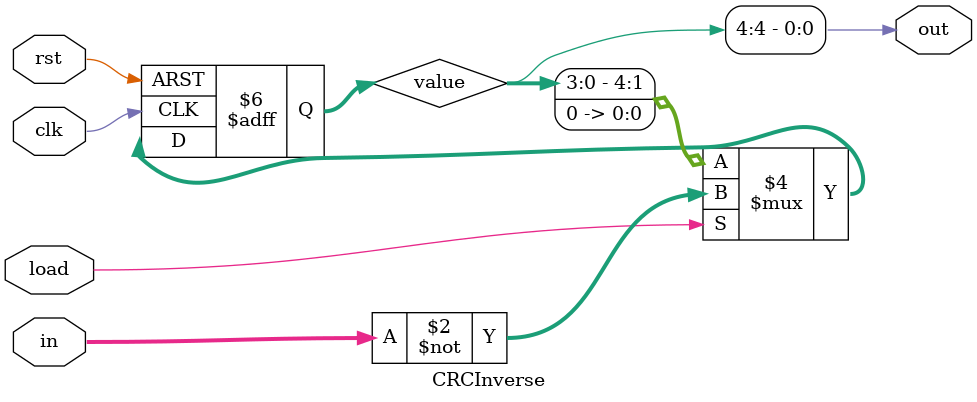
<source format=sv>
/*
    Вычислитель CRC
    Инициализируется единицами (для распознавания нулевых НАЧАЛЬНЫХ последовательностей)
    Отправляется инверсный остаток (для распознавания нулевыъ КОНЕЧНЫХ послед-стей)
    Остаток константен:     01100
    Полином:                x5+x2+1
*/
module CRCCalc(
    input   logic       clk, rst, clr   ,
    input   logic       in              ,
    output  logic [4:0] out             ,
    output  logic       OK
);
    logic [4:0] modulo;
    wire logic [4:0] next = {
        modulo[3],
        modulo[2],
        in ^ modulo[4] ^ modulo[1],
        modulo[0],
        in ^ modulo[4]
    };
    
    always_ff @(posedge clk, posedge rst)
        if (rst)        modulo <= '1;
        else if (clr)   modulo <= '1;
        else            modulo <= next;
    
    assign out = next;
    assign OK  = next == 5'b01100;

endmodule: CRCCalc

module CRCInverse(
    input   logic       clk, rst        ,
    input   logic       load            ,
    input   logic [4:0] in              ,
    output  logic       out
);
    logic [4:0] value;

    always_ff @(posedge clk, posedge rst)
        if (rst)        value <= '0;
        else if (load)  value <= ~in;
        else            value <= { value[3:0], 1'b0 };

    assign out = value[4];

endmodule: CRCInverse
</source>
